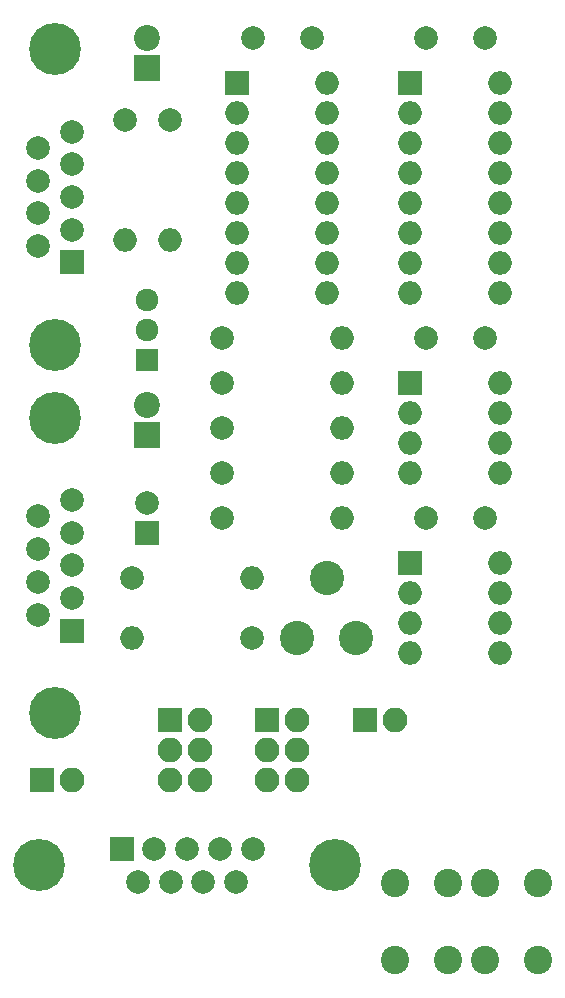
<source format=gbs>
G04 #@! TF.FileFunction,Soldermask,Bot*
%FSLAX46Y46*%
G04 Gerber Fmt 4.6, Leading zero omitted, Abs format (unit mm)*
G04 Created by KiCad (PCBNEW 4.0.7) date 10/20/19 13:11:54*
%MOMM*%
%LPD*%
G01*
G04 APERTURE LIST*
%ADD10C,0.100000*%
%ADD11R,2.200000X2.200000*%
%ADD12C,2.200000*%
%ADD13R,2.000000X2.000000*%
%ADD14C,2.000000*%
%ADD15C,4.400000*%
%ADD16R,2.100000X2.100000*%
%ADD17O,2.100000X2.100000*%
%ADD18O,2.000000X2.000000*%
%ADD19C,2.400000*%
%ADD20C,1.920000*%
%ADD21R,1.920000X1.920000*%
%ADD22C,2.900000*%
G04 APERTURE END LIST*
D10*
D11*
X112395000Y-40005000D03*
D12*
X112395000Y-37465000D03*
D11*
X112395000Y-71120000D03*
D12*
X112395000Y-68580000D03*
D13*
X106000000Y-87700000D03*
D14*
X106000000Y-84930000D03*
X106000000Y-82160000D03*
X106000000Y-79390000D03*
X106000000Y-76620000D03*
X103160000Y-86315000D03*
X103160000Y-83545000D03*
X103160000Y-80775000D03*
X103160000Y-78005000D03*
D15*
X104580000Y-69660000D03*
X104580000Y-94660000D03*
D13*
X106000000Y-56500000D03*
D14*
X106000000Y-53730000D03*
X106000000Y-50960000D03*
X106000000Y-48190000D03*
X106000000Y-45420000D03*
X103160000Y-55115000D03*
X103160000Y-52345000D03*
X103160000Y-49575000D03*
X103160000Y-46805000D03*
D15*
X104580000Y-38460000D03*
X104580000Y-63460000D03*
D13*
X110236000Y-106140000D03*
D14*
X113006000Y-106140000D03*
X115776000Y-106140000D03*
X118546000Y-106140000D03*
X121316000Y-106140000D03*
X111621000Y-108980000D03*
X114391000Y-108980000D03*
X117161000Y-108980000D03*
X119931000Y-108980000D03*
D15*
X103276000Y-107560000D03*
X128276000Y-107560000D03*
D16*
X130810000Y-95250000D03*
D17*
X133350000Y-95250000D03*
D14*
X118745000Y-74295000D03*
D18*
X128905000Y-74295000D03*
D14*
X118745000Y-78105000D03*
D18*
X128905000Y-78105000D03*
D14*
X110490000Y-44450000D03*
D18*
X110490000Y-54610000D03*
D14*
X114300000Y-44450000D03*
D18*
X114300000Y-54610000D03*
D19*
X137850000Y-115570000D03*
X133350000Y-115570000D03*
X137850000Y-109070000D03*
X133350000Y-109070000D03*
X145470000Y-115570000D03*
X140970000Y-115570000D03*
X145470000Y-109070000D03*
X140970000Y-109070000D03*
D13*
X120015000Y-41275000D03*
D18*
X127635000Y-59055000D03*
X120015000Y-43815000D03*
X127635000Y-56515000D03*
X120015000Y-46355000D03*
X127635000Y-53975000D03*
X120015000Y-48895000D03*
X127635000Y-51435000D03*
X120015000Y-51435000D03*
X127635000Y-48895000D03*
X120015000Y-53975000D03*
X127635000Y-46355000D03*
X120015000Y-56515000D03*
X127635000Y-43815000D03*
X120015000Y-59055000D03*
X127635000Y-41275000D03*
D13*
X134620000Y-41275000D03*
D18*
X142240000Y-59055000D03*
X134620000Y-43815000D03*
X142240000Y-56515000D03*
X134620000Y-46355000D03*
X142240000Y-53975000D03*
X134620000Y-48895000D03*
X142240000Y-51435000D03*
X134620000Y-51435000D03*
X142240000Y-48895000D03*
X134620000Y-53975000D03*
X142240000Y-46355000D03*
X134620000Y-56515000D03*
X142240000Y-43815000D03*
X134620000Y-59055000D03*
X142240000Y-41275000D03*
D13*
X134620000Y-66675000D03*
D18*
X142240000Y-74295000D03*
X134620000Y-69215000D03*
X142240000Y-71755000D03*
X134620000Y-71755000D03*
X142240000Y-69215000D03*
X134620000Y-74295000D03*
X142240000Y-66675000D03*
D14*
X126365000Y-37465000D03*
X121365000Y-37465000D03*
X140970000Y-37465000D03*
X135970000Y-37465000D03*
X140970000Y-62865000D03*
X135970000Y-62865000D03*
D20*
X112395000Y-62230000D03*
X112395000Y-59690000D03*
D21*
X112395000Y-64770000D03*
D14*
X118745000Y-66675000D03*
D18*
X128905000Y-66675000D03*
D14*
X118745000Y-62865000D03*
D18*
X128905000Y-62865000D03*
D14*
X118745000Y-70485000D03*
D18*
X128905000Y-70485000D03*
D16*
X122555000Y-95250000D03*
D17*
X125095000Y-95250000D03*
X122555000Y-97790000D03*
X125095000Y-97790000D03*
X122555000Y-100330000D03*
X125095000Y-100330000D03*
D16*
X114300000Y-95250000D03*
D17*
X116840000Y-95250000D03*
X114300000Y-97790000D03*
X116840000Y-97790000D03*
X114300000Y-100330000D03*
X116840000Y-100330000D03*
D16*
X103505000Y-100330000D03*
D17*
X106045000Y-100330000D03*
D14*
X121285000Y-88265000D03*
D18*
X111125000Y-88265000D03*
D14*
X111125000Y-83185000D03*
D18*
X121285000Y-83185000D03*
D22*
X127595000Y-83225000D03*
X130095000Y-88265000D03*
X125095000Y-88265000D03*
D13*
X134620000Y-81915000D03*
D18*
X142240000Y-89535000D03*
X134620000Y-84455000D03*
X142240000Y-86995000D03*
X134620000Y-86995000D03*
X142240000Y-84455000D03*
X134620000Y-89535000D03*
X142240000Y-81915000D03*
D14*
X140970000Y-78105000D03*
X135970000Y-78105000D03*
D13*
X112395000Y-79375000D03*
D14*
X112395000Y-76875000D03*
M02*

</source>
